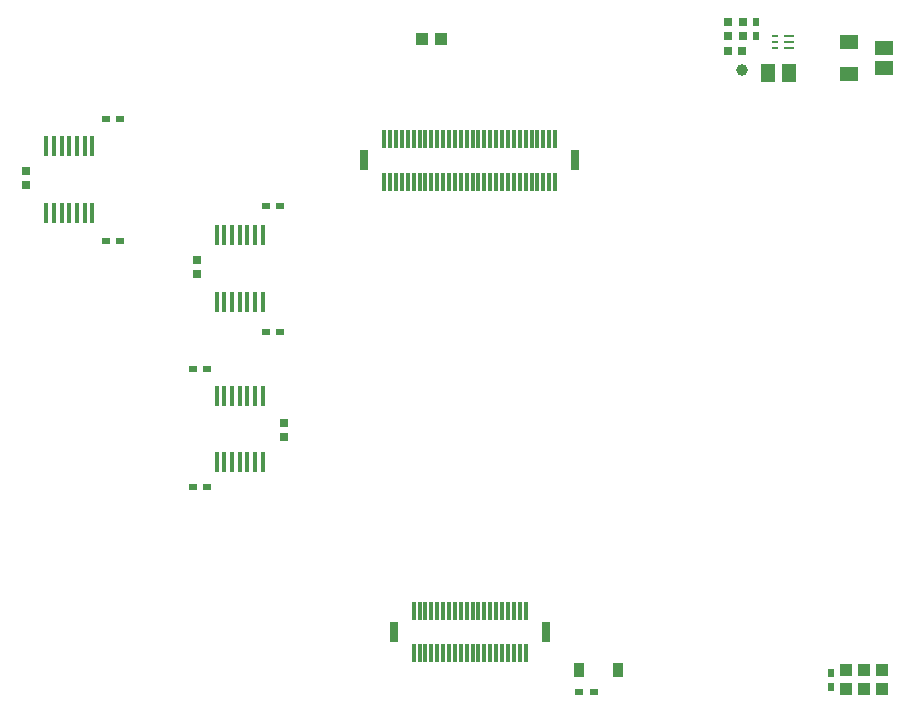
<source format=gbp>
%FSTAX23Y23*%
%MOIN*%
%SFA1B1*%

%IPPOS*%
%ADD15C,0.039370*%
%ADD16R,0.031500X0.023620*%
%ADD31R,0.011810X0.062990*%
%ADD32R,0.031500X0.070870*%
%ADD33R,0.059060X0.051180*%
%ADD34R,0.059060X0.047240*%
%ADD35R,0.027560X0.031500*%
%ADD37R,0.023620X0.009840*%
%ADD38R,0.039370X0.039370*%
%ADD39R,0.037400X0.048030*%
%ADD40R,0.014000X0.066000*%
%ADD41R,0.039370X0.039370*%
%ADD42R,0.051180X0.059060*%
%ADD43R,0.023620X0.031500*%
%ADD44R,0.031500X0.027560*%
%LNmod_duo_x_g3399-1*%
%LPD*%
G36*
X01277Y01893D02*
X01277Y01892D01*
Y01888*
X01277Y01888*
X01277Y01887*
X01277Y01887*
X01277Y01887*
X01277Y01887*
X01278Y01886*
X01278Y01886*
X01279Y01886*
X01308*
X01308Y01886*
X01309Y01886*
X01309Y01887*
X01309Y01887*
X0131Y01887*
X0131Y01887*
X0131Y01888*
X0131Y01888*
Y01892*
X0131Y01893*
X0131Y01893*
X0131Y01893*
X01309Y01894*
X01309Y01894*
X01309Y01894*
X01308Y01894*
X01308Y01894*
X01279*
X01278Y01894*
X01278Y01894*
X01277Y01894*
X01277Y01894*
X01277Y01893*
X01277Y01893*
X01277Y01893*
G37*
G36*
Y01912D02*
X01277Y01912D01*
Y01908*
X01277Y01908*
X01277Y01907*
X01277Y01907*
X01277Y01906*
X01277Y01906*
X01278Y01906*
X01278Y01906*
X01279Y01906*
X01308*
X01308Y01906*
X01309Y01906*
X01309Y01906*
X01309Y01906*
X0131Y01907*
X0131Y01907*
X0131Y01908*
X0131Y01908*
Y01912*
X0131Y01912*
X0131Y01913*
X0131Y01913*
X01309Y01913*
X01309Y01913*
X01309Y01914*
X01308Y01914*
X01308Y01914*
X01279*
X01278Y01914*
X01278Y01914*
X01277Y01913*
X01277Y01913*
X01277Y01913*
X01277Y01913*
X01277Y01912*
G37*
G36*
Y01932D02*
X01277Y01932D01*
Y01928*
X01277Y01927*
X01277Y01927*
X01277Y01926*
X01277Y01926*
X01277Y01926*
X01278Y01926*
X01278Y01926*
X01279Y01926*
X01308*
X01308Y01926*
X01309Y01926*
X01309Y01926*
X01309Y01926*
X0131Y01926*
X0131Y01927*
X0131Y01927*
X0131Y01928*
Y01932*
X0131Y01932*
X0131Y01932*
X0131Y01933*
X01309Y01933*
X01309Y01933*
X01309Y01933*
X01308Y01933*
X01308Y01933*
X01279*
X01278Y01933*
X01278Y01933*
X01277Y01933*
X01277Y01933*
X01277Y01933*
X01277Y01932*
X01277Y01932*
G37*
G54D15*
X01136Y01815D03*
G54D16*
X00641Y-00259D03*
X00594D03*
X-00403Y00944D03*
X-00451D03*
X-00937Y01245D03*
X-00984D03*
X-00693Y00425D03*
X-00646D03*
X-00693Y0082D03*
X-00646D03*
X-00403Y01361D03*
X-00451D03*
X-00937Y01653D03*
X-00984D03*
G54D31*
X00513Y01586D03*
X00494D03*
X00474D03*
X00454D03*
X00435D03*
X00415D03*
X00395D03*
X00375D03*
X00316D03*
X00297D03*
X00277D03*
X00257D03*
X00238D03*
X00218D03*
X00159D03*
X00139D03*
X0012D03*
X001D03*
X0008D03*
X00061D03*
X00041D03*
X00021D03*
X00001D03*
X-00017D03*
X-00037D03*
X00513Y01444D03*
X00494D03*
X00474D03*
X00454D03*
X00435D03*
X00415D03*
X00395D03*
X00375D03*
X00356D03*
X00336D03*
X00316D03*
X00297D03*
X00277D03*
X00257D03*
X00238D03*
X00218D03*
X00198D03*
X00179D03*
X00159D03*
X00139D03*
X0012D03*
X001D03*
X0008D03*
X00061D03*
X00041D03*
X00021D03*
X00001D03*
X-00017D03*
X-00037D03*
X-00057D03*
Y01586D03*
X00356D03*
X00336D03*
X00198D03*
X00179D03*
X00041Y00011D03*
Y-00129D03*
X00061D03*
X0008D03*
X001D03*
X0012D03*
X00139D03*
X00159D03*
X00179D03*
X00198D03*
X00218D03*
X00238D03*
X00257D03*
X00277D03*
X00297D03*
X00316D03*
X00336D03*
X00356D03*
X00375D03*
X00395D03*
X00415D03*
X00061Y00011D03*
X0008D03*
X001D03*
X0012D03*
X00139D03*
X00159D03*
X00179D03*
X00198D03*
X00218D03*
X00238D03*
X00257D03*
X00277D03*
X00297D03*
X00316D03*
X00336D03*
X00356D03*
X00375D03*
X00395D03*
X00415D03*
G54D32*
X-00124Y01515D03*
X0058D03*
X00482Y-00059D03*
X-00025D03*
G54D33*
X01608Y01888D03*
Y01821D03*
G54D34*
X01493Y01802D03*
Y01908D03*
G54D35*
X01088Y0193D03*
Y01977D03*
X-00391Y00591D03*
Y00638D03*
X-00681Y01136D03*
Y01183D03*
X-01251Y01433D03*
Y0148D03*
X01138Y0193D03*
Y01977D03*
G54D37*
X01247Y0193D03*
Y0191D03*
Y0189D03*
G54D38*
X01601Y-00248D03*
Y-00185D03*
X01543D03*
Y-00248D03*
X01483Y-00185D03*
Y-00248D03*
G54D39*
X00722Y-00184D03*
X00593D03*
G54D40*
X-00615Y0073D03*
X-0059D03*
X-00564D03*
X-00539D03*
X-00513D03*
X-00487D03*
X-00462D03*
Y00508D03*
X-00487D03*
X-00513D03*
X-00539D03*
X-00564D03*
X-0059D03*
X-00615D03*
X-00462Y01266D03*
X-00487D03*
X-00513D03*
X-00539D03*
X-00564D03*
X-0059D03*
X-00615D03*
Y01044D03*
X-0059D03*
X-00564D03*
X-00539D03*
X-00513D03*
X-00487D03*
X-00462D03*
X-0103Y01561D03*
X-01055D03*
X-01081D03*
X-01106D03*
X-01132D03*
X-01157D03*
X-01183D03*
Y01339D03*
X-01157D03*
X-01132D03*
X-01106D03*
X-01081D03*
X-01055D03*
X-0103D03*
G54D41*
X00068Y01918D03*
X00131D03*
G54D42*
X01291Y01805D03*
X01224D03*
G54D43*
X01183Y01977D03*
Y0193D03*
X01433Y-00193D03*
Y-00241D03*
G54D44*
X01089Y0188D03*
X01136D03*
M02*
</source>
